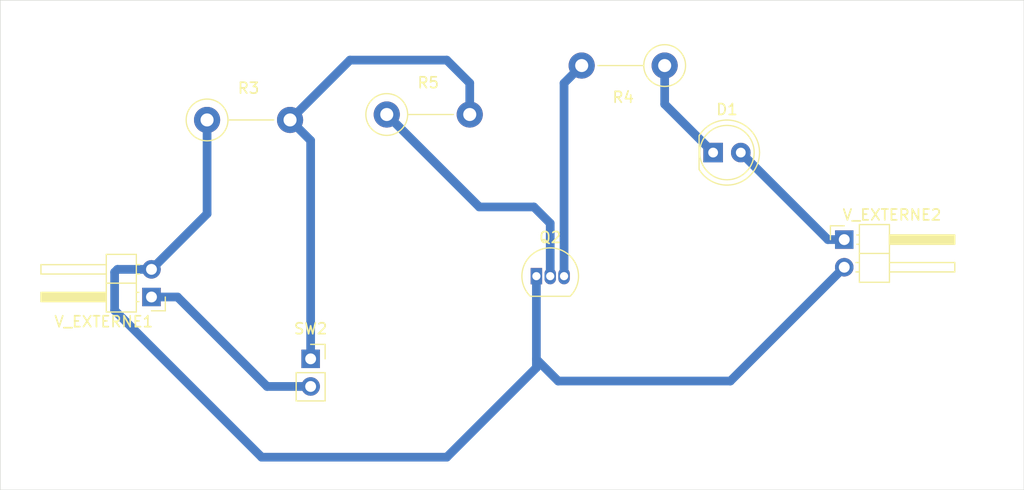
<source format=kicad_pcb>
(kicad_pcb (version 20241229) (generator "pcbnew") (generator_version "9.0")
  (layers (0 "F.Cu" signal) (2 "B.Cu" signal) (13 "F.Paste" user) (15 "B.Paste" user) (5 "F.SilkS" user "F.Silkscreen") (7 "B.SilkS" user "B.Silkscreen") (1 "F.Mask" user) (3 "B.Mask" user) (25 "Edge.Cuts" user))
  (net 0 "")
  (net 1 "VS")
  (net 2 "Net-(D1-K)")
  (net 3 "Net-(Q2-C)")
  (net 4 "Net-(Q2-B)")
  (net 5 "GND")
  (net 6 "Net-(R3-Pad2)")
  (net 7 "VSS_5V")
  (footprint "Package_TO_SOT_THT:TO-92_Inline" (layer "F.Cu") (at 113.23 53.36)
    (property "Reference" "Q2" (at 1.27 -3.56 0) (layer "F.SilkS"))
    (property "Value" "PN2222A")
    (fp_line (start -0.53 1.85) (end 3.07 1.85) (stroke (width 0.12)) (layer "F.SilkS"))
    (fp_arc (start -0.568478 1.838478) (mid -1.132087 -0.994977) (end 1.27 -2.6) (stroke (width 0.12)) (layer "F.SilkS"))
    (fp_arc (start 1.27 -2.6) (mid 3.672087 -0.994977) (end 3.108478 1.838478) (stroke (width 0.12)) (layer "F.SilkS"))
    (pad "1" thru_hole rect (at 0 0) (size 1.05 1.5) (drill 0.75) (layers "*.Cu" "*.Mask") (net 5 "GND"))
    (pad "2" thru_hole oval (at 1.27 0) (size 1.05 1.5) (drill 0.75) (layers "*.Cu" "*.Mask") (net 4 "Net-(Q2-B)"))
    (pad "3" thru_hole oval (at 2.54 0) (size 1.05 1.5) (drill 0.75) (layers "*.Cu" "*.Mask") (net 3 "Net-(Q2-C)"))
  )
  (footprint "Connector_PinSocket_2.54mm:PinSocket_1x02_P2.54mm_Vertical" (layer "F.Cu") (at 92.5 60.96)
    (property "Reference" "SW2" (at 0 -2.77 0) (layer "F.SilkS"))
    (property "Value" "SW_Push")
    (fp_line (start -1.33 1.27) (end -1.33 3.87) (stroke (width 0.12)) (layer "F.SilkS"))
    (fp_line (start -1.33 1.27) (end 1.33 1.27) (stroke (width 0.12)) (layer "F.SilkS"))
    (fp_line (start -1.33 3.87) (end 1.33 3.87) (stroke (width 0.12)) (layer "F.SilkS"))
    (fp_line (start 0 -1.33) (end 1.33 -1.33) (stroke (width 0.12)) (layer "F.SilkS"))
    (fp_line (start 1.33 -1.33) (end 1.33 0) (stroke (width 0.12)) (layer "F.SilkS"))
    (fp_line (start 1.33 1.27) (end 1.33 3.87) (stroke (width 0.12)) (layer "F.SilkS"))
    (pad "1" thru_hole rect (at 0 0) (size 1.7 1.7) (drill 1) (layers "*.Cu" "*.Mask") (net 6 "Net-(R3-Pad2)"))
    (pad "2" thru_hole circle (at 0 2.54) (size 1.7 1.7) (drill 1) (layers "*.Cu" "*.Mask") (net 7 "VSS_5V"))
  )
  (footprint "Resistor_THT:R_Axial_DIN0411_L9.9mm_D3.6mm_P7.62mm_Vertical" (layer "F.Cu") (at 99.49 38.5)
    (property "Reference" "R5" (at 3.81 -2.92 0) (layer "F.SilkS"))
    (property "Value" "220")
    (fp_line (start 1.92 0) (end 6.12 0) (stroke (width 0.12)) (layer "F.SilkS"))
    (fp_circle (center 0 0) (end 1.92 0) (stroke (width 0.12)) (fill no) (layer "F.SilkS"))
    (pad "1" thru_hole circle (at 0 0) (size 2.4 2.4) (drill 1.2) (layers "*.Cu" "*.Mask") (net 4 "Net-(Q2-B)"))
    (pad "2" thru_hole circle (at 7.62 0) (size 2.4 2.4) (drill 1.2) (layers "*.Cu" "*.Mask") (net 6 "Net-(R3-Pad2)"))
  )
  (footprint "Connector_PinHeader_2.54mm:PinHeader_1x02_P2.54mm_Horizontal" (layer "F.Cu") (at 77.885 55.275 180)
    (property "Reference" "V_EXTERNE1" (at 4.385 -2.27 0) (layer "F.SilkS"))
    (property "Value" "5VDC")
    (fp_line (start 10.15 2.97) (end 4.15 2.97) (stroke (width 0.12)) (layer "F.SilkS"))
    (fp_line (start 10.15 2.11) (end 10.15 2.97) (stroke (width 0.12)) (layer "F.SilkS"))
    (fp_line (start 4.15 3.92) (end 4.15 -1.38) (stroke (width 0.12)) (layer "F.SilkS"))
    (fp_line (start 4.15 2.11) (end 10.15 2.11) (stroke (width 0.12)) (layer "F.SilkS"))
    (fp_line (start 4.15 -1.38) (end 1.39 -1.38) (stroke (width 0.12)) (layer "F.SilkS"))
    (fp_line (start 1.39 3.92) (end 4.15 3.92) (stroke (width 0.12)) (layer "F.SilkS"))
    (fp_line (start 1.39 1.27) (end 4.15 1.27) (stroke (width 0.12)) (layer "F.SilkS"))
    (fp_line (start 1.39 -1.38) (end 1.39 3.92) (stroke (width 0.12)) (layer "F.SilkS"))
    (fp_line (start 1.16 0.43) (end 1.39 0.43) (stroke (width 0.12)) (layer "F.SilkS"))
    (fp_line (start 1.16 -0.43) (end 1.39 -0.43) (stroke (width 0.12)) (layer "F.SilkS"))
    (fp_line (start 1.077358 2.97) (end 1.39 2.97) (stroke (width 0.12)) (layer "F.SilkS"))
    (fp_line (start 1.077358 2.11) (end 1.39 2.11) (stroke (width 0.12)) (layer "F.SilkS"))
    (fp_line (start -1.27 0) (end -1.27 -1.27) (stroke (width 0.12)) (layer "F.SilkS"))
    (fp_line (start -1.27 -1.27) (end 0 -1.27) (stroke (width 0.12)) (layer "F.SilkS"))
    (fp_rect (start 4.15 -0.43) (end 10.15 0.43) (stroke (width 0.12)) (fill yes) (layer "F.SilkS"))
    (pad "1" thru_hole rect (at 0 0 180) (size 1.7 1.7) (drill 1) (layers "*.Cu" "*.Mask") (net 7 "VSS_5V"))
    (pad "2" thru_hole circle (at 0 2.54 180) (size 1.7 1.7) (drill 1) (layers "*.Cu" "*.Mask") (net 5 "GND"))
  )
  (footprint "Resistor_THT:R_Axial_DIN0411_L9.9mm_D3.6mm_P7.62mm_Vertical" (layer "F.Cu") (at 82.99 39)
    (property "Reference" "R3" (at 3.81 -2.92 0) (layer "F.SilkS"))
    (property "Value" "220")
    (fp_line (start 1.92 0) (end 6.12 0) (stroke (width 0.12)) (layer "F.SilkS"))
    (fp_circle (center 0 0) (end 1.92 0) (stroke (width 0.12)) (fill no) (layer "F.SilkS"))
    (pad "1" thru_hole circle (at 0 0) (size 2.4 2.4) (drill 1.2) (layers "*.Cu" "*.Mask") (net 5 "GND"))
    (pad "2" thru_hole circle (at 7.62 0) (size 2.4 2.4) (drill 1.2) (layers "*.Cu" "*.Mask") (net 6 "Net-(R3-Pad2)"))
  )
  (footprint "Connector_PinHeader_2.54mm:PinHeader_1x02_P2.54mm_Horizontal" (layer "F.Cu") (at 141.5 50)
    (property "Reference" "V_EXTERNE2" (at 4.385 -2.27 0) (layer "F.SilkS"))
    (property "Value" "5VDC")
    (fp_line (start -1.27 -1.27) (end 0 -1.27) (stroke (width 0.12)) (layer "F.SilkS"))
    (fp_line (start -1.27 0) (end -1.27 -1.27) (stroke (width 0.12)) (layer "F.SilkS"))
    (fp_line (start 1.077358 2.11) (end 1.39 2.11) (stroke (width 0.12)) (layer "F.SilkS"))
    (fp_line (start 1.077358 2.97) (end 1.39 2.97) (stroke (width 0.12)) (layer "F.SilkS"))
    (fp_line (start 1.16 -0.43) (end 1.39 -0.43) (stroke (width 0.12)) (layer "F.SilkS"))
    (fp_line (start 1.16 0.43) (end 1.39 0.43) (stroke (width 0.12)) (layer "F.SilkS"))
    (fp_line (start 1.39 -1.38) (end 1.39 3.92) (stroke (width 0.12)) (layer "F.SilkS"))
    (fp_line (start 1.39 1.27) (end 4.15 1.27) (stroke (width 0.12)) (layer "F.SilkS"))
    (fp_line (start 1.39 3.92) (end 4.15 3.92) (stroke (width 0.12)) (layer "F.SilkS"))
    (fp_line (start 4.15 -1.38) (end 1.39 -1.38) (stroke (width 0.12)) (layer "F.SilkS"))
    (fp_line (start 4.15 2.11) (end 10.15 2.11) (stroke (width 0.12)) (layer "F.SilkS"))
    (fp_line (start 4.15 3.92) (end 4.15 -1.38) (stroke (width 0.12)) (layer "F.SilkS"))
    (fp_line (start 10.15 2.11) (end 10.15 2.97) (stroke (width 0.12)) (layer "F.SilkS"))
    (fp_line (start 10.15 2.97) (end 4.15 2.97) (stroke (width 0.12)) (layer "F.SilkS"))
    (fp_rect (start 4.15 -0.43) (end 10.15 0.43) (stroke (width 0.12)) (fill yes) (layer "F.SilkS"))
    (pad "1" thru_hole rect (at 0 0) (size 1.7 1.7) (drill 1) (layers "*.Cu" "*.Mask") (net 1 "VS"))
    (pad "2" thru_hole circle (at 0 2.54) (size 1.7 1.7) (drill 1) (layers "*.Cu" "*.Mask") (net 5 "GND"))
  )
  (footprint "Resistor_THT:R_Axial_DIN0411_L9.9mm_D3.6mm_P7.62mm_Vertical" (layer "F.Cu") (at 125.01 34 180)
    (property "Reference" "R4" (at 3.81 -2.92 0) (layer "F.SilkS"))
    (property "Value" "220")
    (fp_line (start 1.92 0) (end 6.12 0) (stroke (width 0.12)) (layer "F.SilkS"))
    (fp_circle (center 0 0) (end 1.92 0) (stroke (width 0.12)) (fill no) (layer "F.SilkS"))
    (pad "1" thru_hole circle (at 0 0 180) (size 2.4 2.4) (drill 1.2) (layers "*.Cu" "*.Mask") (net 2 "Net-(D1-K)"))
    (pad "2" thru_hole circle (at 7.62 0 180) (size 2.4 2.4) (drill 1.2) (layers "*.Cu" "*.Mask") (net 3 "Net-(Q2-C)"))
  )
  (footprint "LED_THT:LED_D5.0mm" (layer "F.Cu") (at 129.46 42)
    (property "Reference" "D1" (at 1.27 -3.96 0) (layer "F.SilkS"))
    (property "Value" "LED")
    (fp_line (start -1.29 -1.545) (end -1.29 1.545) (stroke (width 0.12)) (layer "F.SilkS"))
    (fp_arc (start -1.29 -1.54483) (mid 2.071779 -2.880495) (end 4.26 0) (stroke (width 0.12)) (layer "F.SilkS"))
    (fp_arc (start 4.26 0) (mid 2.071779 2.880495) (end -1.29 1.54483) (stroke (width 0.12)) (layer "F.SilkS"))
    (fp_circle (center 1.27 0) (end 3.77 0) (stroke (width 0.12)) (fill no) (layer "F.SilkS"))
    (pad "1" thru_hole rect (at 0 0) (size 1.8 1.8) (drill 0.9) (layers "*.Cu" "*.Mask") (net 2 "Net-(D1-K)"))
    (pad "2" thru_hole circle (at 2.54 0) (size 1.8 1.8) (drill 0.9) (layers "*.Cu" "*.Mask") (net 1 "VS"))
  )
  (gr_rect (start 64 28) (end 158 73) (stroke (width 0.05)) (fill no) (layer "Edge.Cuts"))
  (segment (start 140 50) (end 141.5 50) (width 0.8) (layer "B.Cu") (net 1))
  (segment (start 132 42) (end 140 50) (width 0.8) (layer "B.Cu") (net 1))
  (segment (start 125.01 37.55) (end 129.46 42) (width 0.8) (layer "B.Cu") (net 2))
  (segment (start 125.01 34) (end 125.01 37.55) (width 0.8) (layer "B.Cu") (net 2))
  (segment (start 115.77 35.62) (end 117.39 34) (width 0.8) (layer "B.Cu") (net 3))
  (segment (start 115.77 53.36) (end 115.77 35.62) (width 0.8) (layer "B.Cu") (net 3))
  (segment (start 114.5 48.5) (end 114.5 53.36) (width 0.8) (layer "B.Cu") (net 4))
  (segment (start 107.99 47) (end 113 47) (width 0.8) (layer "B.Cu") (net 4))
  (segment (start 99.49 38.5) (end 107.99 47) (width 0.8) (layer "B.Cu") (net 4))
  (segment (start 113 47) (end 114.5 48.5) (width 0.8) (layer "B.Cu") (net 4))
  (segment (start 74.5 53) (end 74.5 56.5) (width 0.8) (layer "B.Cu") (net 5))
  (segment (start 74.765 52.735) (end 74.5 53) (width 0.8) (layer "B.Cu") (net 5))
  (segment (start 115.23 63) (end 113.23 61) (width 0.8) (layer "B.Cu") (net 5))
  (segment (start 74.5 56.5) (end 88 70) (width 0.8) (layer "B.Cu") (net 5))
  (segment (start 82.99 47.63) (end 82.99 39) (width 0.8) (layer "B.Cu") (net 5))
  (segment (start 77.885 52.735) (end 74.765 52.735) (width 0.8) (layer "B.Cu") (net 5))
  (segment (start 113.23 61) (end 113.23 53.36) (width 0.8) (layer "B.Cu") (net 5))
  (segment (start 105 70) (end 113.23 61.77) (width 0.8) (layer "B.Cu") (net 5))
  (segment (start 141.5 52.54) (end 131.04 63) (width 0.8) (layer "B.Cu") (net 5))
  (segment (start 77.885 52.735) (end 82.99 47.63) (width 0.8) (layer "B.Cu") (net 5))
  (segment (start 88 70) (end 105 70) (width 0.8) (layer "B.Cu") (net 5))
  (segment (start 131.04 63) (end 115.23 63) (width 0.8) (layer "B.Cu") (net 5))
  (segment (start 113.23 61.77) (end 113.23 61) (width 0.8) (layer "B.Cu") (net 5))
  (segment (start 92.5 40.89) (end 90.61 39) (width 0.8) (layer "B.Cu") (net 6))
  (segment (start 105 33.5) (end 96.11 33.5) (width 0.8) (layer "B.Cu") (net 6))
  (segment (start 96.11 33.5) (end 90.61 39) (width 0.8) (layer "B.Cu") (net 6))
  (segment (start 107.11 38.5) (end 107.11 35.61) (width 0.8) (layer "B.Cu") (net 6))
  (segment (start 92.5 60.96) (end 92.5 40.89) (width 0.8) (layer "B.Cu") (net 6))
  (segment (start 107.11 35.61) (end 105 33.5) (width 0.8) (layer "B.Cu") (net 6))
  (segment (start 80.275 55.275) (end 88.5 63.5) (width 0.8) (layer "B.Cu") (net 7))
  (segment (start 88.5 63.5) (end 92.5 63.5) (width 0.8) (layer "B.Cu") (net 7))
  (segment (start 77.885 55.275) (end 80.275 55.275) (width 0.8) (layer "B.Cu") (net 7))
)
</source>
